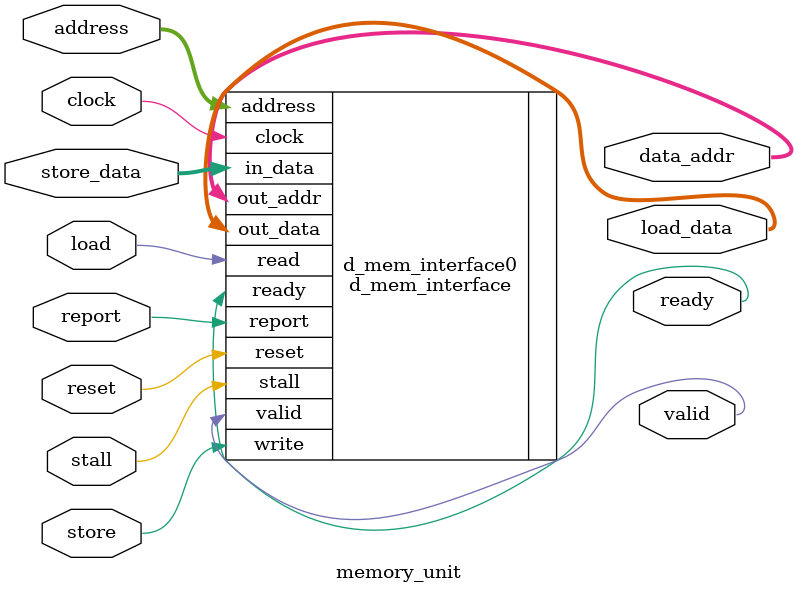
<source format=v>
/** @module : memory
 *  @author : Adaptive & Secure Computing Systems (ASCS) Laboratory

 *  Copyright (c) 2018 BRISC-V (ASCS/ECE/BU)
 *  Permission is hereby granted, free of charge, to any person obtaining a copy
 *  of this software and associated documentation files (the "Software"), to deal
 *  in the Software without restriction, including without limitation the rights
 *  to use, copy, modify, merge, publish, distribute, sublicense, and/or sell
 *  copies of the Software, and to permit persons to whom the Software is
 *  furnished to do so, subject to the following conditions:
 *  The above copyright notice and this permission notice shall be included in
 *  all copies or substantial portions of the Software.

 *  THE SOFTWARE IS PROVIDED "AS IS", WITHOUT WARRANTY OF ANY KIND, EXPRESS OR
 *  IMPLIED, INCLUDING BUT NOT LIMITED TO THE WARRANTIES OF MERCHANTABILITY,
 *  FITNESS FOR A PARTICULAR PURPOSE AND NONINFRINGEMENT. IN NO EVENT SHALL THE
 *  AUTHORS OR COPYRIGHT HOLDERS BE LIABLE FOR ANY CLAIM, DAMAGES OR OTHER
 *  LIABILITY, WHETHER IN AN ACTION OF CONTRACT, TORT OR OTHERWISE, ARISING FROM,
 *  OUT OF OR IN CONNECTION WITH THE SOFTWARE OR THE USE OR OTHER DEALINGS IN
 *  THE SOFTWARE.
 */

module memory_unit #(
    parameter CORE = 0,
    parameter DATA_WIDTH = 32,
    parameter INDEX_BITS = 6,
    parameter OFFSET_BITS = 3,
    parameter ADDRESS_BITS = 20,
    parameter PRINT_CYCLES_MIN = 1,
    parameter PRINT_CYCLES_MAX = 1000
) (
    input clock,
    input reset,
    input stall,
    input load,
    input store,
    input [ADDRESS_BITS-1:0] address,
    input [DATA_WIDTH-1:0] store_data,


    output [ADDRESS_BITS-1:0] data_addr,
    output [DATA_WIDTH-1:0] load_data,
    output valid,
    output ready,
    input report
 
);

d_mem_interface #(
    .CORE(CORE),
    .DATA_WIDTH(DATA_WIDTH),
    .INDEX_BITS(INDEX_BITS),
    .OFFSET_BITS(OFFSET_BITS),
    .ADDRESS_BITS(ADDRESS_BITS)
) d_mem_interface0 (
    .clock(clock),
    .reset(reset),
    .stall(stall),
    .read(load),
    .write(store),
    .address(address),
    .in_data(store_data),
    .out_addr(data_addr),
    .out_data(load_data),
    .valid(valid),
    .ready(ready),
    .report(report)
);

reg [31: 0] cycles;
always @ (posedge clock) begin
    cycles <= reset? 0 : cycles + 1;
    //if (report & ((cycles >=  PRINT_CYCLES_MIN) & (cycles < PRINT_CYCLES_MAX +1)))begin
    if (report)begin
        $display ("------ Core %d Memory Unit - Current Cycle %d -------", CORE, cycles);
        $display ("| Address     [%h]", address);
        $display ("| Load        [%b]", load);
        $display ("| Data Address[%h]", data_addr);
        $display ("| Load Data   [%h]", load_data);
        $display ("| Store       [%b]", store);
        $display ("| Store Data  [%h]", store_data);
        $display ("| Ready       [%b]", ready);
        $display ("| Valid       [%b]", valid);
        $display ("----------------------------------------------------------------------");
    end
end

endmodule

</source>
